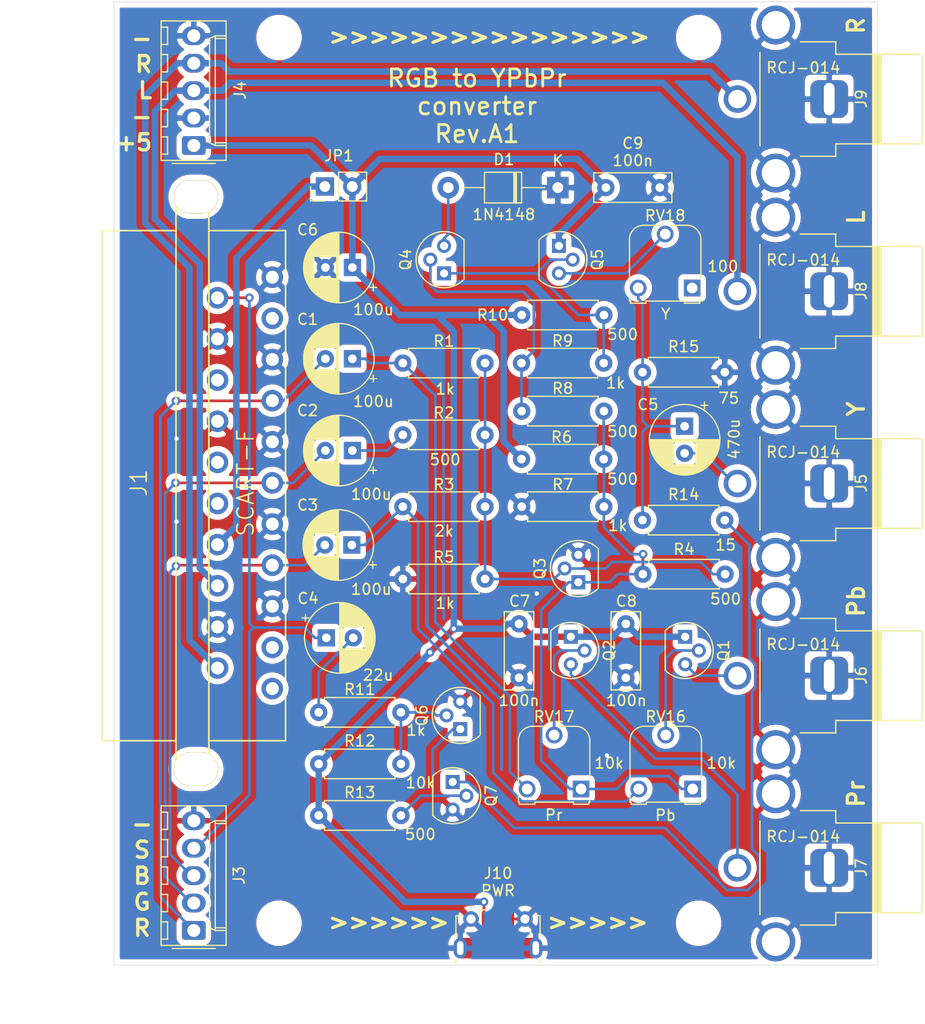
<source format=kicad_pcb>
(kicad_pcb (version 20171130) (host pcbnew "(5.1.4)-1")
  (title_block (title "RGB to YPbPr converter") (date 2021-01-09) (rev A1))
  (layers (0 F.Cu signal) (31 B.Cu signal) (34 B.Paste user hide) (35 F.Paste user hide) (36 B.SilkS user) (37 F.SilkS user) (38 B.Mask user hide) (39 F.Mask user hide) (44 Edge.Cuts user))
  (net 0 "")
  (net 1 R_IN)
  (net 2 "Net-(C1-Pad1)")
  (net 3 G_IN)
  (net 4 "Net-(C2-Pad1)")
  (net 5 B_IN)
  (net 6 "Net-(C3-Pad1)")
  (net 7 "Net-(C4-Pad2)")
  (net 8 CSYNC_IN)
  (net 9 Y_OUT)
  (net 10 "Net-(C5-Pad1)")
  (net 11 "Net-(D1-Pad2)")
  (net 12 GND)
  (net 13 Audio_L)
  (net 14 Audio_R)
  (net 15 +5V)
  (net 16 Pb_OUT)
  (net 17 Pr_OUT)
  (net 18 "Net-(Q1-Pad2)")
  (net 19 "Net-(Q2-Pad2)")
  (net 20 "Net-(Q3-Pad1)")
  (net 21 "Net-(Q3-Pad2)")
  (net 22 "Net-(Q4-Pad1)")
  (net 23 "Net-(Q4-Pad2)")
  (net 24 "Net-(Q5-Pad3)")
  (net 25 "Net-(Q6-Pad1)")
  (net 26 "Net-(Q6-Pad2)")
  (net 27 "Net-(Q7-Pad1)")
  (net 28 "Net-(J1-Pad8)")
  (module Package_TO_SOT_THT:TO-92 (layer F.Cu) (at 141.5 124.55 270)
    (fp_text reference Q7 (at 1.27 -3.56 90) (layer F.SilkS))
    (fp_text value BC549B)
    (pad 1 thru_hole rect (at 0 0) (size 1.3 1.3) (drill 0.75) (layers *.Cu *.Mask) (net 27 "Net-(Q7-Pad1)"))
    (pad 3 thru_hole circle (at 2.54 0) (size 1.3 1.3) (drill 0.75) (layers *.Cu *.Mask) (net 12 GND))
    (pad 2 thru_hole circle (at 1.27 -1.27) (size 1.3 1.3) (drill 0.75) (layers *.Cu *.Mask) (net 25 "Net-(Q6-Pad1)"))
  )
  (module Package_TO_SOT_THT:TO-92 (layer F.Cu) (at 142.2 119.65 90)
    (fp_text reference Q6 (at 1.27 -3.56 90) (layer F.SilkS))
    (fp_text value BC549B)
    (pad 1 thru_hole rect (at 0 0 180) (size 1.3 1.3) (drill 0.75) (layers *.Cu *.Mask) (net 25 "Net-(Q6-Pad1)"))
    (pad 3 thru_hole circle (at 2.54 0 180) (size 1.3 1.3) (drill 0.75) (layers *.Cu *.Mask) (net 12 GND))
    (pad 2 thru_hole circle (at 1.27 -1.27 180) (size 1.3 1.3) (drill 0.75) (layers *.Cu *.Mask) (net 26 "Net-(Q6-Pad2)"))
  )
  (module Package_TO_SOT_THT:TO-92 (layer F.Cu) (at 151.35 74.9 270)
    (fp_text reference Q5 (at 1.27 -3.56 90) (layer F.SilkS))
    (fp_text value BC549B)
    (pad 1 thru_hole rect (at 0 0) (size 1.3 1.3) (drill 0.75) (layers *.Cu *.Mask) (net 15 +5V))
    (pad 3 thru_hole circle (at 2.54 0) (size 1.3 1.3) (drill 0.75) (layers *.Cu *.Mask) (net 24 "Net-(Q5-Pad3)"))
    (pad 2 thru_hole circle (at 1.27 -1.27) (size 1.3 1.3) (drill 0.75) (layers *.Cu *.Mask) (net 22 "Net-(Q4-Pad1)"))
  )
  (module Package_TO_SOT_THT:TO-92 (layer F.Cu) (at 140.7 77.44 90)
    (fp_text reference Q4 (at 1.27 -3.56 90) (layer F.SilkS))
    (fp_text value BC549B)
    (pad 1 thru_hole rect (at 0 0 180) (size 1.3 1.3) (drill 0.75) (layers *.Cu *.Mask) (net 22 "Net-(Q4-Pad1)"))
    (pad 3 thru_hole circle (at 2.54 0 180) (size 1.3 1.3) (drill 0.75) (layers *.Cu *.Mask) (net 11 "Net-(D1-Pad2)"))
    (pad 2 thru_hole circle (at 1.27 -1.27 180) (size 1.3 1.3) (drill 0.75) (layers *.Cu *.Mask) (net 23 "Net-(Q4-Pad2)"))
  )
  (module Package_TO_SOT_THT:TO-92 (layer F.Cu) (at 153.15 106.05 90)
    (fp_text reference Q3 (at 1.27 -3.56 90) (layer F.SilkS))
    (fp_text value BC549B)
    (pad 1 thru_hole rect (at 0 0 180) (size 1.3 1.3) (drill 0.75) (layers *.Cu *.Mask) (net 20 "Net-(Q3-Pad1)"))
    (pad 3 thru_hole circle (at 2.54 0 180) (size 1.3 1.3) (drill 0.75) (layers *.Cu *.Mask) (net 12 GND))
    (pad 2 thru_hole circle (at 1.27 -1.27 180) (size 1.3 1.3) (drill 0.75) (layers *.Cu *.Mask) (net 21 "Net-(Q3-Pad2)"))
  )
  (module Package_TO_SOT_THT:TO-92 (layer F.Cu) (at 152.45 111.1 270)
    (fp_text reference Q2 (at 1.27 -3.56 90) (layer F.SilkS))
    (fp_text value BC549B)
    (pad 1 thru_hole rect (at 0 0) (size 1.3 1.3) (drill 0.75) (layers *.Cu *.Mask) (net 15 +5V))
    (pad 3 thru_hole circle (at 2.54 0) (size 1.3 1.3) (drill 0.75) (layers *.Cu *.Mask) (net 17 Pr_OUT))
    (pad 2 thru_hole circle (at 1.27 -1.27) (size 1.3 1.3) (drill 0.75) (layers *.Cu *.Mask) (net 19 "Net-(Q2-Pad2)"))
  )
  (module Package_TO_SOT_THT:TO-92 (layer F.Cu) (at 163.05 111.1 270)
    (fp_text reference Q1 (at 1.27 -3.56 90) (layer F.SilkS))
    (fp_text value BC549B)
    (pad 1 thru_hole rect (at 0 0) (size 1.3 1.3) (drill 0.75) (layers *.Cu *.Mask) (net 15 +5V))
    (pad 3 thru_hole circle (at 2.54 0) (size 1.3 1.3) (drill 0.75) (layers *.Cu *.Mask) (net 16 Pb_OUT))
    (pad 2 thru_hole circle (at 1.27 -1.27) (size 1.3 1.3) (drill 0.75) (layers *.Cu *.Mask) (net 18 "Net-(Q1-Pad2)"))
  )
  (module Connector_Molex:Molex_KK-254_AE-6410-05A_1x05_P2.54mm_Vertical (layer F.Cu) (at 117.5 65.6 90)
    (fp_text reference J4 (at 5.1 4.3 270) (layer F.SilkS))
    (fp_text value Conn_01x03)
    (pad 5 thru_hole oval (at 10.16 0 90) (size 1.74 2.2) (drill 1.2) (layers *.Cu *.Mask) (net 12 GND))
    (pad 4 thru_hole oval (at 7.62 0 90) (size 1.74 2.2) (drill 1.2) (layers *.Cu *.Mask) (net 14 Audio_R))
    (pad 3 thru_hole oval (at 5.08 0 90) (size 1.74 2.2) (drill 1.2) (layers *.Cu *.Mask) (net 13 Audio_L))
    (pad 2 thru_hole oval (at 2.54 0 90) (size 1.74 2.2) (drill 1.2) (layers *.Cu *.Mask) (net 12 GND))
    (pad 1 thru_hole roundrect (at 0 0 90) (size 1.74 2.2) (drill 1.2) (layers *.Cu *.Mask) (roundrect_rratio 0.143678) (net 15 +5V))
  )
  (module Connector_PinHeader_2.54mm:PinHeader_1x02_P2.54mm_Vertical (layer F.Cu) (at 129.65 69.4 90)
    (fp_text reference JP1 (at 2.85 1.3 180) (layer F.SilkS))
    (fp_text value Jumper)
    (pad 2 thru_hole oval (at 0 2.54 90) (size 1.7 1.7) (drill 1) (layers *.Cu *.Mask) (net 15 +5V))
    (pad 1 thru_hole rect (at 0 0 90) (size 1.7 1.7) (drill 1) (layers *.Cu *.Mask) (net 28 "Net-(J1-Pad8)"))
  )
  (module Connector_USB:USB_Micro-B_Molex-105017-0001 (layer F.Cu) (at 145.7 138.7)
    (fp_text reference J10 (at 0 -5.7) (layer F.SilkS))
    (fp_text value USB_B_Micro)
    (fp_text user PWR (at 0 -4.1) (layer F.SilkS))
    (pad 6 smd rect (at -2.9 1.2375) (size 1.2 1.9) (layers F.Cu F.Mask) (net 12 GND))
    (pad 6 smd rect (at 2.9 1.2375) (size 1.2 1.9) (layers F.Cu F.Mask) (net 12 GND))
    (pad 6 thru_hole oval (at 3.5 1.2375) (size 1.2 1.9) (drill oval 0.6 1.3) (layers *.Cu *.Mask) (net 12 GND))
    (pad 6 thru_hole oval (at -3.5 1.2375 180) (size 1.2 1.9) (drill oval 0.6 1.3) (layers *.Cu *.Mask) (net 12 GND))
    (pad 6 smd rect (at -1 1.2375) (size 1.5 1.9) (layers F.Cu F.Paste F.Mask) (net 12 GND))
    (pad 6 thru_hole circle (at 2.5 -1.4625) (size 1.45 1.45) (drill 0.85) (layers *.Cu *.Mask) (net 12 GND))
    (pad 3 smd rect (at 0 -1.4625) (size 0.4 1.35) (layers F.Cu F.Paste F.Mask))
    (pad 4 smd rect (at 0.65 -1.4625) (size 0.4 1.35) (layers F.Cu F.Paste F.Mask))
    (pad 5 smd rect (at 1.3 -1.4625) (size 0.4 1.35) (layers F.Cu F.Paste F.Mask) (net 12 GND))
    (pad 1 smd rect (at -1.3 -1.4625) (size 0.4 1.35) (layers F.Cu F.Paste F.Mask) (net 15 +5V))
    (pad 2 smd rect (at -0.65 -1.4625) (size 0.4 1.35) (layers F.Cu F.Paste F.Mask))
    (pad 6 thru_hole circle (at -2.5 -1.4625) (size 1.45 1.45) (drill 0.85) (layers *.Cu *.Mask) (net 12 GND))
    (pad 6 smd rect (at 1 1.2375) (size 1.5 1.9) (layers F.Cu F.Paste F.Mask) (net 12 GND))
  )
  (module my:SCART (layer F.Cu) (at 117.5 96.85 270)
    (fp_text reference J1 (at 0 5.10032 90) (layer F.SilkS) (effects (font (size 1.5 1.5))))
    (fp_text value SCART-F (at -0.025 -4.8 90) (layer F.SilkS) (effects (font (size 1.5 1.5))))
    (pad "" np_thru_hole oval (at 26.49982 -0.20066 270) (size 3.1 4.1) (drill oval 3 4) (layers *.Cu *.Mask F.SilkS))
    (pad 1 thru_hole circle (at 19.05 -7.27964 270) (size 1.99898 1.99898) (drill 1.19888) (layers *.Cu *.Mask))
    (pad 2 thru_hole circle (at 17.145 -2.19964 270) (size 1.99898 1.99898) (drill 1.19888) (layers *.Cu *.Mask) (net 14 Audio_R))
    (pad 3 thru_hole circle (at 15.24 -7.27964 270) (size 1.99898 1.99898) (drill 1.19888) (layers *.Cu *.Mask))
    (pad 4 thru_hole circle (at 13.335 -2.19964 270) (size 1.99898 1.99898) (drill 1.19888) (layers *.Cu *.Mask) (net 12 GND))
    (pad 5 thru_hole circle (at 11.43 -7.27964 270) (size 1.99898 1.99898) (drill 1.19888) (layers *.Cu *.Mask) (net 12 GND))
    (pad 6 thru_hole circle (at 9.525 -2.19964 270) (size 1.99898 1.99898) (drill 1.19888) (layers *.Cu *.Mask) (net 13 Audio_L))
    (pad 7 thru_hole circle (at 7.62 -7.27964 270) (size 1.99898 1.99898) (drill 1.19888) (layers *.Cu *.Mask) (net 5 B_IN))
    (pad 8 thru_hole circle (at 5.715 -2.19964 270) (size 1.99898 1.99898) (drill 1.19888) (layers *.Cu *.Mask) (net 28 "Net-(J1-Pad8)"))
    (pad 9 thru_hole circle (at 3.81 -7.27964 270) (size 1.99898 1.99898) (drill 1.19888) (layers *.Cu *.Mask) (net 12 GND))
    (pad 10 thru_hole circle (at 1.905 -2.19964 270) (size 1.99898 1.99898) (drill 1.19888) (layers *.Cu *.Mask))
    (pad 11 thru_hole circle (at 0 -7.27964 270) (size 1.99898 1.99898) (drill 1.19888) (layers *.Cu *.Mask) (net 3 G_IN))
    (pad 12 thru_hole circle (at -1.905 -2.19964 270) (size 1.99898 1.99898) (drill 1.19888) (layers *.Cu *.Mask))
    (pad 13 thru_hole circle (at -3.81 -7.27964 270) (size 1.99898 1.99898) (drill 1.19888) (layers *.Cu *.Mask) (net 12 GND))
    (pad 14 thru_hole circle (at -5.715 -2.19964 270) (size 1.99898 1.99898) (drill 1.19888) (layers *.Cu *.Mask) (net 12 GND))
    (pad 15 thru_hole circle (at -7.62 -7.27964 270) (size 1.99898 1.99898) (drill 1.19888) (layers *.Cu *.Mask) (net 1 R_IN))
    (pad 16 thru_hole circle (at -9.525 -2.19964 270) (size 1.99898 1.99898) (drill 1.19888) (layers *.Cu *.Mask))
    (pad 17 thru_hole circle (at -11.43 -7.27964 270) (size 1.99898 1.99898) (drill 1.19888) (layers *.Cu *.Mask) (net 12 GND))
    (pad 18 thru_hole circle (at -13.335 -2.19964 270) (size 1.99898 1.99898) (drill 1.19888) (layers *.Cu *.Mask) (net 12 GND))
    (pad 19 thru_hole circle (at -15.24 -7.27964 270) (size 1.99898 1.99898) (drill 1.19888) (layers *.Cu *.Mask))
    (pad 20 thru_hole circle (at -17.145 -2.19964 270) (size 1.99898 1.99898) (drill 1.19888) (layers *.Cu *.Mask) (net 8 CSYNC_IN))
    (pad 21 thru_hole circle (at -19.05 -7.27964 270) (size 1.99898 1.99898) (drill 1.19888) (layers *.Cu *.Mask) (net 12 GND))
    (pad "" np_thru_hole oval (at -26.49982 -0.20066 270) (size 3.1 4.1) (drill oval 3 4) (layers *.Cu *.Mask F.SilkS))
  )
  (module Potentiometer_THT:Potentiometer_Runtron_RM-065_Vertical (layer F.Cu) (at 153.4 125.2 180)
    (fp_text reference RV17 (at 2.5 6.7) (layer F.SilkS))
    (fp_text value 10k)
    (fp_text user %V (at -2.6 2.4 180) (layer F.SilkS))
    (fp_text user Pr (at 2.525 -2.4 180) (layer F.SilkS))
    (pad 3 thru_hole circle (at 5 0 180) (size 1.55 1.55) (drill 1) (layers *.Cu *.Mask) (net 2 "Net-(C1-Pad1)"))
    (pad 1 thru_hole rect (at 0 0 180) (size 1.55 1.55) (drill 1) (layers *.Cu *.Mask) (net 20 "Net-(Q3-Pad1)"))
    (pad 2 thru_hole circle (at 2.5 5 180) (size 1.55 1.55) (drill 1) (layers *.Cu *.Mask) (net 19 "Net-(Q2-Pad2)"))
  )
  (module Capacitor_THT:C_Disc_D7.0mm_W2.5mm_P5.00mm (layer F.Cu) (at 160.7 69.5 180)
    (fp_text reference C9 (at 2.5 4.1) (layer F.SilkS))
    (fp_text value 100n)
    (fp_text user %V (at 2.5 2.5) (layer F.SilkS))
    (pad 2 thru_hole circle (at 5 0 180) (size 1.6 1.6) (drill 0.8) (layers *.Cu *.Mask) (net 15 +5V))
    (pad 1 thru_hole circle (at 0 0 180) (size 1.6 1.6) (drill 0.8) (layers *.Cu *.Mask) (net 12 GND))
  )
  (module Capacitor_THT:C_Disc_D7.0mm_W2.5mm_P5.00mm (layer F.Cu) (at 157.55 109.9 270)
    (fp_text reference C8 (at -2.1 -0.05 180) (layer F.SilkS))
    (fp_text value 100n)
    (fp_text user %V (at 7.1 -0.05) (layer F.SilkS))
    (pad 2 thru_hole circle (at 5 0 270) (size 1.6 1.6) (drill 0.8) (layers *.Cu *.Mask) (net 12 GND))
    (pad 1 thru_hole circle (at 0 0 270) (size 1.6 1.6) (drill 0.8) (layers *.Cu *.Mask) (net 15 +5V))
  )
  (module Capacitor_THT:C_Disc_D7.0mm_W2.5mm_P5.00mm (layer F.Cu) (at 147.65 109.9 270)
    (fp_text reference C7 (at -2.1 -0.05 180) (layer F.SilkS))
    (fp_text value 100n)
    (fp_text user %V (at 7.1 0) (layer F.SilkS))
    (pad 2 thru_hole circle (at 5 0 270) (size 1.6 1.6) (drill 0.8) (layers *.Cu *.Mask) (net 12 GND))
    (pad 1 thru_hole circle (at 0 0 270) (size 1.6 1.6) (drill 0.8) (layers *.Cu *.Mask) (net 15 +5V))
  )
  (module Capacitor_THT:CP_Radial_D6.3mm_P2.50mm (layer F.Cu) (at 132.2 76.9 180)
    (fp_text reference C6 (at 4.15 3.5) (layer F.SilkS))
    (fp_text value 100u)
    (fp_text user %V (at -1.95 -3.9) (layer F.SilkS))
    (pad 2 thru_hole circle (at 2.5 0 180) (size 1.6 1.6) (drill 0.8) (layers *.Cu *.Mask) (net 12 GND))
    (pad 1 thru_hole rect (at 0 0 180) (size 1.6 1.6) (drill 0.8) (layers *.Cu *.Mask) (net 15 +5V))
  )
  (module MountingHole:MountingHole_3.2mm_M3 (layer F.Cu) (at 164.3 137.625001)
    (fp_text reference H4 hide)
    (fp_text value MountingHole)
    (pad 1 np_thru_hole circle (at 0 0) (size 3.2 3.2) (drill 3.2) (layers *.Cu *.Mask))
  )
  (module MountingHole:MountingHole_3.2mm_M3 (layer F.Cu) (at 164.3 55.6 180)
    (fp_text reference H3 hide)
    (fp_text value MountingHole)
    (pad 1 np_thru_hole circle (at 0 0 180) (size 3.2 3.2) (drill 3.2) (layers *.Cu *.Mask))
  )
  (module MountingHole:MountingHole_3.2mm_M3 (layer F.Cu) (at 125.4 137.625001)
    (fp_text reference H2 hide)
    (fp_text value MountingHole)
    (pad 1 np_thru_hole circle (at 0 0) (size 3.2 3.2) (drill 3.2) (layers *.Cu *.Mask))
  )
  (module MountingHole:MountingHole_3.2mm_M3 (layer F.Cu) (at 125.4 55.6 180)
    (fp_text reference H1 hide)
    (fp_text value MountingHole)
    (pad 1 np_thru_hole circle (at 0 0 180) (size 3.2 3.2) (drill 3.2) (layers *.Cu *.Mask))
  )
  (module Potentiometer_THT:Potentiometer_Runtron_RM-065_Vertical (layer F.Cu) (at 163.7 78.8 180)
    (fp_text reference RV18 (at 2.5 6.7) (layer F.SilkS))
    (fp_text value 100)
    (fp_text user Y (at 2.45 -2.4 180) (layer F.SilkS))
    (fp_text user %V (at -2.85 2 180) (layer F.SilkS))
    (pad 3 thru_hole circle (at 5 0 180) (size 1.55 1.55) (drill 1) (layers *.Cu *.Mask) (net 10 "Net-(C5-Pad1)"))
    (pad 1 thru_hole rect (at 0 0 180) (size 1.55 1.55) (drill 1) (layers *.Cu *.Mask))
    (pad 2 thru_hole circle (at 2.5 5 180) (size 1.55 1.55) (drill 1) (layers *.Cu *.Mask) (net 24 "Net-(Q5-Pad3)"))
  )
  (module Potentiometer_THT:Potentiometer_Runtron_RM-065_Vertical (layer F.Cu) (at 163.75 125.2 180)
    (fp_text reference RV16 (at 2.5 6.7) (layer F.SilkS))
    (fp_text value 10k)
    (fp_text user %V (at -2.65 2.4 180) (layer F.SilkS))
    (fp_text user Pb (at 2.525 -2.425 180) (layer F.SilkS))
    (pad 3 thru_hole circle (at 5 0 180) (size 1.55 1.55) (drill 1) (layers *.Cu *.Mask) (net 6 "Net-(C3-Pad1)"))
    (pad 1 thru_hole rect (at 0 0 180) (size 1.55 1.55) (drill 1) (layers *.Cu *.Mask) (net 20 "Net-(Q3-Pad1)"))
    (pad 2 thru_hole circle (at 2.5 5 180) (size 1.55 1.55) (drill 1) (layers *.Cu *.Mask) (net 18 "Net-(Q1-Pad2)"))
  )
  (module Resistor_THT:R_Axial_DIN0207_L6.3mm_D2.5mm_P7.62mm_Horizontal (layer F.Cu) (at 159.1 86.6)
    (fp_text reference R15 (at 3.81 -2.37) (layer F.SilkS))
    (fp_text value 75)
    (fp_text user %V (at 8 2.4) (layer F.SilkS))
    (pad 2 thru_hole oval (at 7.62 0) (size 1.6 1.6) (drill 0.8) (layers *.Cu *.Mask) (net 12 GND))
    (pad 1 thru_hole circle (at 0 0) (size 1.6 1.6) (drill 0.8) (layers *.Cu *.Mask) (net 10 "Net-(C5-Pad1)"))
  )
  (module Resistor_THT:R_Axial_DIN0207_L6.3mm_D2.5mm_P7.62mm_Horizontal (layer F.Cu) (at 159.1 100.3)
    (fp_text reference R14 (at 3.81 -2.37) (layer F.SilkS))
    (fp_text value 15)
    (fp_text user %V (at 7.7 2.3) (layer F.SilkS))
    (pad 1 thru_hole circle (at 0 0) (size 1.6 1.6) (drill 0.8) (layers *.Cu *.Mask) (net 10 "Net-(C5-Pad1)"))
    (pad 2 thru_hole oval (at 7.62 0) (size 1.6 1.6) (drill 0.8) (layers *.Cu *.Mask) (net 27 "Net-(Q7-Pad1)"))
  )
  (module Resistor_THT:R_Axial_DIN0207_L6.3mm_D2.5mm_P7.62mm_Horizontal (layer F.Cu) (at 136.7 127.65 180)
    (fp_text reference R13 (at 3.81 2.13) (layer F.SilkS))
    (fp_text value 500)
    (fp_text user %V (at -1.8 -1.75 180) (layer F.SilkS))
    (pad 1 thru_hole circle (at 0 0 180) (size 1.6 1.6) (drill 0.8) (layers *.Cu *.Mask) (net 25 "Net-(Q6-Pad1)"))
    (pad 2 thru_hole oval (at 7.62 0 180) (size 1.6 1.6) (drill 0.8) (layers *.Cu *.Mask) (net 15 +5V))
  )
  (module Resistor_THT:R_Axial_DIN0207_L6.3mm_D2.5mm_P7.62mm_Horizontal (layer F.Cu) (at 136.7 122.875 180)
    (fp_text reference R12 (at 3.81 2.13) (layer F.SilkS))
    (fp_text value 10k)
    (fp_text user %V (at -1.8 -1.75 180) (layer F.SilkS))
    (pad 2 thru_hole oval (at 7.62 0 180) (size 1.6 1.6) (drill 0.8) (layers *.Cu *.Mask) (net 15 +5V))
    (pad 1 thru_hole circle (at 0 0 180) (size 1.6 1.6) (drill 0.8) (layers *.Cu *.Mask) (net 26 "Net-(Q6-Pad2)"))
  )
  (module Resistor_THT:R_Axial_DIN0207_L6.3mm_D2.5mm_P7.62mm_Horizontal (layer F.Cu) (at 136.7 118.1 180)
    (fp_text reference R11 (at 3.81 2.13) (layer F.SilkS))
    (fp_text value 1k)
    (fp_text user %V (at -1.4 -1.65 180) (layer F.SilkS))
    (pad 2 thru_hole oval (at 7.62 0 180) (size 1.6 1.6) (drill 0.8) (layers *.Cu *.Mask) (net 7 "Net-(C4-Pad2)"))
    (pad 1 thru_hole circle (at 0 0 180) (size 1.6 1.6) (drill 0.8) (layers *.Cu *.Mask) (net 26 "Net-(Q6-Pad2)"))
  )
  (module Resistor_THT:R_Axial_DIN0207_L6.3mm_D2.5mm_P7.62mm_Horizontal (layer F.Cu) (at 147.9 81.3)
    (fp_text reference R10 (at -2.7 0) (layer F.SilkS))
    (fp_text value 500)
    (fp_text user %V (at 9.35 1.8) (layer F.SilkS))
    (pad 2 thru_hole oval (at 7.62 0) (size 1.6 1.6) (drill 0.8) (layers *.Cu *.Mask) (net 22 "Net-(Q4-Pad1)"))
    (pad 1 thru_hole circle (at 0 0) (size 1.6 1.6) (drill 0.8) (layers *.Cu *.Mask) (net 15 +5V))
  )
  (module Resistor_THT:R_Axial_DIN0207_L6.3mm_D2.5mm_P7.62mm_Horizontal (layer F.Cu) (at 155.5 85.75 180)
    (fp_text reference R9 (at 3.81 2.05) (layer F.SilkS))
    (fp_text value 1k)
    (fp_text user %V (at -1.1 -1.85 180) (layer F.SilkS))
    (pad 1 thru_hole circle (at 0 0 180) (size 1.6 1.6) (drill 0.8) (layers *.Cu *.Mask) (net 22 "Net-(Q4-Pad1)"))
    (pad 2 thru_hole oval (at 7.62 0 180) (size 1.6 1.6) (drill 0.8) (layers *.Cu *.Mask) (net 23 "Net-(Q4-Pad2)"))
  )
  (module Resistor_THT:R_Axial_DIN0207_L6.3mm_D2.5mm_P7.62mm_Horizontal (layer F.Cu) (at 147.9 90.2)
    (fp_text reference R8 (at 3.8 -2.1) (layer F.SilkS))
    (fp_text value 500)
    (fp_text user %V (at 9.35 1.9) (layer F.SilkS))
    (pad 2 thru_hole oval (at 7.62 0) (size 1.6 1.6) (drill 0.8) (layers *.Cu *.Mask) (net 20 "Net-(Q3-Pad1)"))
    (pad 1 thru_hole circle (at 0 0) (size 1.6 1.6) (drill 0.8) (layers *.Cu *.Mask) (net 23 "Net-(Q4-Pad2)"))
  )
  (module Resistor_THT:R_Axial_DIN0207_L6.3mm_D2.5mm_P7.62mm_Horizontal (layer F.Cu) (at 147.9 99.05)
    (fp_text reference R7 (at 3.81 -2.05) (layer F.SilkS))
    (fp_text value 1k)
    (fp_text user %V (at 8.9 1.75) (layer F.SilkS))
    (pad 2 thru_hole oval (at 7.62 0) (size 1.6 1.6) (drill 0.8) (layers *.Cu *.Mask) (net 20 "Net-(Q3-Pad1)"))
    (pad 1 thru_hole circle (at 0 0) (size 1.6 1.6) (drill 0.8) (layers *.Cu *.Mask) (net 12 GND))
  )
  (module Resistor_THT:R_Axial_DIN0207_L6.3mm_D2.5mm_P7.62mm_Horizontal (layer F.Cu) (at 155.5 94.65 180)
    (fp_text reference R6 (at 3.9 2.05) (layer F.SilkS))
    (fp_text value 500)
    (fp_text user %V (at -1.75 -1.85 180) (layer F.SilkS))
    (pad 2 thru_hole oval (at 7.62 0 180) (size 1.6 1.6) (drill 0.8) (layers *.Cu *.Mask) (net 15 +5V))
    (pad 1 thru_hole circle (at 0 0 180) (size 1.6 1.6) (drill 0.8) (layers *.Cu *.Mask) (net 20 "Net-(Q3-Pad1)"))
  )
  (module Resistor_THT:R_Axial_DIN0207_L6.3mm_D2.5mm_P7.62mm_Horizontal (layer F.Cu) (at 144.5 105.75 180)
    (fp_text reference R5 (at 3.81 2.025) (layer F.SilkS))
    (fp_text value 1k)
    (fp_text user %V (at 3.7 -2.25 180) (layer F.SilkS))
    (pad 2 thru_hole oval (at 7.62 0 180) (size 1.6 1.6) (drill 0.8) (layers *.Cu *.Mask) (net 12 GND))
    (pad 1 thru_hole circle (at 0 0 180) (size 1.6 1.6) (drill 0.8) (layers *.Cu *.Mask) (net 21 "Net-(Q3-Pad2)"))
  )
  (module Resistor_THT:R_Axial_DIN0207_L6.3mm_D2.5mm_P7.62mm_Horizontal (layer F.Cu) (at 166.75 105.3 180)
    (fp_text reference R4 (at 3.81 2.3) (layer F.SilkS))
    (fp_text value 500)
    (fp_text user %V (at -0.05 -2.3 180) (layer F.SilkS))
    (pad 1 thru_hole circle (at 0 0 180) (size 1.6 1.6) (drill 0.8) (layers *.Cu *.Mask) (net 21 "Net-(Q3-Pad2)"))
    (pad 2 thru_hole oval (at 7.62 0 180) (size 1.6 1.6) (drill 0.8) (layers *.Cu *.Mask) (net 20 "Net-(Q3-Pad1)"))
  )
  (module Resistor_THT:R_Axial_DIN0207_L6.3mm_D2.5mm_P7.62mm_Horizontal (layer F.Cu) (at 144.5 99.05 180)
    (fp_text reference R3 (at 3.81 2.05) (layer F.SilkS))
    (fp_text value 2k)
    (fp_text user %V (at 3.8 -2.25 180) (layer F.SilkS))
    (pad 2 thru_hole oval (at 7.62 0 180) (size 1.6 1.6) (drill 0.8) (layers *.Cu *.Mask) (net 6 "Net-(C3-Pad1)"))
    (pad 1 thru_hole circle (at 0 0 180) (size 1.6 1.6) (drill 0.8) (layers *.Cu *.Mask) (net 21 "Net-(Q3-Pad2)"))
  )
  (module Resistor_THT:R_Axial_DIN0207_L6.3mm_D2.5mm_P7.62mm_Horizontal (layer F.Cu) (at 144.5 92.4 180)
    (fp_text reference R2 (at 3.81 2.03) (layer F.SilkS))
    (fp_text value 500)
    (fp_text user %V (at 3.7 -2.3 180) (layer F.SilkS))
    (pad 2 thru_hole oval (at 7.62 0 180) (size 1.6 1.6) (drill 0.8) (layers *.Cu *.Mask) (net 4 "Net-(C2-Pad1)"))
    (pad 1 thru_hole circle (at 0 0 180) (size 1.6 1.6) (drill 0.8) (layers *.Cu *.Mask) (net 21 "Net-(Q3-Pad2)"))
  )
  (module Resistor_THT:R_Axial_DIN0207_L6.3mm_D2.5mm_P7.62mm_Horizontal (layer F.Cu) (at 144.5 85.75 180)
    (fp_text reference R1 (at 3.81 2.03) (layer F.SilkS))
    (fp_text value 1k)
    (fp_text user %V (at 3.7 -2.4 180) (layer F.SilkS))
    (pad 2 thru_hole oval (at 7.62 0 180) (size 1.6 1.6) (drill 0.8) (layers *.Cu *.Mask) (net 2 "Net-(C1-Pad1)"))
    (pad 1 thru_hole circle (at 0 0 180) (size 1.6 1.6) (drill 0.8) (layers *.Cu *.Mask) (net 21 "Net-(Q3-Pad2)"))
  )
  (module my:CUI_RCJ-01X-WIDE (layer F.Cu) (at 174.5 61.3 270)
    (fp_text reference J9 (at -0.03 -4.86912 270) (layer F.SilkS))
    (fp_text value RCJ-014 hide)
    (fp_text user %V (at -2.9 0.5) (layer F.SilkS))
    (pad 1 thru_hole circle (at 0 6.604 270) (size 2.55 2.55) (drill 1.7) (layers *.Cu *.Mask) (net 14 Audio_R))
    (pad 2 thru_hole roundrect (at 0 -1.905 90) (size 3.50012 3.50012) (drill oval 3 1) (layers *.Cu *.Mask) (roundrect_rratio 0.214) (net 12 GND))
    (pad 2 thru_hole circle (at -6.858 3.048 270) (size 3.616 3.616) (drill 2.6) (layers *.Cu *.Mask) (net 12 GND))
    (pad 2 thru_hole circle (at 6.858 3.048 270) (size 3.616 3.616) (drill 2.6) (layers *.Cu *.Mask) (net 12 GND))
  )
  (module my:CUI_RCJ-01X-WIDE (layer F.Cu) (at 174.495 79.1 270)
    (fp_text reference J8 (at -0.03 -4.86912 270) (layer F.SilkS))
    (fp_text value RCJ-014 hide)
    (fp_text user %V (at -2.9 0.495) (layer F.SilkS))
    (pad 1 thru_hole circle (at 0 6.604 270) (size 2.55 2.55) (drill 1.7) (layers *.Cu *.Mask) (net 13 Audio_L))
    (pad 2 thru_hole roundrect (at 0 -1.905 90) (size 3.50012 3.50012) (drill oval 3 1) (layers *.Cu *.Mask) (roundrect_rratio 0.214) (net 12 GND))
    (pad 2 thru_hole circle (at -6.858 3.048 270) (size 3.616 3.616) (drill 2.6) (layers *.Cu *.Mask) (net 12 GND))
    (pad 2 thru_hole circle (at 6.858 3.048 270) (size 3.616 3.616) (drill 2.6) (layers *.Cu *.Mask) (net 12 GND))
  )
  (module my:CUI_RCJ-01X-WIDE (layer F.Cu) (at 174.5 132.5 270)
    (fp_text reference J7 (at -0.03 -4.86912 270) (layer F.SilkS))
    (fp_text value RCJ-014 hide)
    (fp_text user %V (at -2.9 0.5) (layer F.SilkS))
    (pad 1 thru_hole circle (at 0 6.604 270) (size 2.55 2.55) (drill 1.7) (layers *.Cu *.Mask) (net 17 Pr_OUT))
    (pad 2 thru_hole roundrect (at 0 -1.905 90) (size 3.50012 3.50012) (drill oval 3 1) (layers *.Cu *.Mask) (roundrect_rratio 0.214) (net 12 GND))
    (pad 2 thru_hole circle (at -6.858 3.048 270) (size 3.616 3.616) (drill 2.6) (layers *.Cu *.Mask) (net 12 GND))
    (pad 2 thru_hole circle (at 6.858 3.048 270) (size 3.616 3.616) (drill 2.6) (layers *.Cu *.Mask) (net 12 GND))
  )
  (module my:CUI_RCJ-01X-WIDE (layer F.Cu) (at 174.5 114.7 270)
    (fp_text reference J6 (at -0.03 -4.86912 270) (layer F.SilkS))
    (fp_text value RCJ-014 hide)
    (fp_text user %V (at -2.9 0.5) (layer F.SilkS))
    (pad 1 thru_hole circle (at 0 6.604 270) (size 2.55 2.55) (drill 1.7) (layers *.Cu *.Mask) (net 16 Pb_OUT))
    (pad 2 thru_hole roundrect (at 0 -1.905 90) (size 3.50012 3.50012) (drill oval 3 1) (layers *.Cu *.Mask) (roundrect_rratio 0.214) (net 12 GND))
    (pad 2 thru_hole circle (at -6.858 3.048 270) (size 3.616 3.616) (drill 2.6) (layers *.Cu *.Mask) (net 12 GND))
    (pad 2 thru_hole circle (at 6.858 3.048 270) (size 3.616 3.616) (drill 2.6) (layers *.Cu *.Mask) (net 12 GND))
  )
  (module my:CUI_RCJ-01X-WIDE (layer F.Cu) (at 174.5 96.9 270)
    (fp_text reference J5 (at -0.03 -4.86912 270) (layer F.SilkS))
    (fp_text value RCJ-014 hide)
    (fp_text user %V (at -2.9 0.5) (layer F.SilkS))
    (pad 1 thru_hole circle (at 0 6.604 270) (size 2.55 2.55) (drill 1.7) (layers *.Cu *.Mask) (net 9 Y_OUT))
    (pad 2 thru_hole roundrect (at 0 -1.905 90) (size 3.50012 3.50012) (drill oval 3 1) (layers *.Cu *.Mask) (roundrect_rratio 0.214) (net 12 GND))
    (pad 2 thru_hole circle (at -6.858 3.048 270) (size 3.616 3.616) (drill 2.6) (layers *.Cu *.Mask) (net 12 GND))
    (pad 2 thru_hole circle (at 6.858 3.048 270) (size 3.616 3.616) (drill 2.6) (layers *.Cu *.Mask) (net 12 GND))
  )
  (module Connector_Molex:Molex_KK-254_AE-6410-05A_1x05_P2.54mm_Vertical (layer F.Cu) (at 117.5 138.3 90)
    (fp_text reference J3 (at 5.1 4.2 90) (layer F.SilkS))
    (fp_text value Conn_01x05)
    (pad 5 thru_hole oval (at 10.16 0 90) (size 1.74 2.2) (drill 1.2) (layers *.Cu *.Mask) (net 12 GND))
    (pad 4 thru_hole oval (at 7.62 0 90) (size 1.74 2.2) (drill 1.2) (layers *.Cu *.Mask) (net 8 CSYNC_IN))
    (pad 3 thru_hole oval (at 5.08 0 90) (size 1.74 2.2) (drill 1.2) (layers *.Cu *.Mask) (net 5 B_IN))
    (pad 2 thru_hole oval (at 2.54 0 90) (size 1.74 2.2) (drill 1.2) (layers *.Cu *.Mask) (net 3 G_IN))
    (pad 1 thru_hole roundrect (at 0 0 90) (size 1.74 2.2) (drill 1.2) (layers *.Cu *.Mask) (roundrect_rratio 0.143678) (net 1 R_IN))
  )
  (module Diode_THT:D_T-1_P10.16mm_Horizontal (layer F.Cu) (at 151.25 69.5 180)
    (fp_text reference D1 (at 5 2.6) (layer F.SilkS))
    (fp_text value 1N4148)
    (fp_text user K (at 0 2.5) (layer F.SilkS))
    (fp_text user %V (at 5 -2.5) (layer F.SilkS))
    (pad 2 thru_hole oval (at 10.16 0 180) (size 2 2) (drill 1) (layers *.Cu *.Mask) (net 11 "Net-(D1-Pad2)"))
    (pad 1 thru_hole rect (at 0 0 180) (size 2 2) (drill 1) (layers *.Cu *.Mask) (net 12 GND))
  )
  (module Capacitor_THT:CP_Radial_D6.3mm_P2.50mm (layer F.Cu) (at 163 91.6 270)
    (fp_text reference C5 (at -2 3.4 180) (layer F.SilkS))
    (fp_text value 470u)
    (fp_text user %V (at 1.2 -4.6 90) (layer F.SilkS))
    (pad 2 thru_hole circle (at 2.5 0 270) (size 1.6 1.6) (drill 0.8) (layers *.Cu *.Mask) (net 9 Y_OUT))
    (pad 1 thru_hole rect (at 0 0 270) (size 1.6 1.6) (drill 0.8) (layers *.Cu *.Mask) (net 10 "Net-(C5-Pad1)"))
  )
  (module Capacitor_THT:CP_Radial_D6.3mm_P2.50mm (layer F.Cu) (at 129.785241 111.2)
    (fp_text reference C4 (at -1.7 -3.65) (layer F.SilkS))
    (fp_text value 22u)
    (fp_text user %V (at 4.8 3.45) (layer F.SilkS))
    (pad 2 thru_hole circle (at 2.5 0) (size 1.6 1.6) (drill 0.8) (layers *.Cu *.Mask) (net 7 "Net-(C4-Pad2)"))
    (pad 1 thru_hole rect (at 0 0) (size 1.6 1.6) (drill 0.8) (layers *.Cu *.Mask) (net 8 CSYNC_IN))
  )
  (module Capacitor_THT:CP_Radial_D6.3mm_P2.50mm (layer F.Cu) (at 132.15 102.6 180)
    (fp_text reference C3 (at 4.1 3.7) (layer F.SilkS))
    (fp_text value 100u)
    (fp_text user %V (at -1.8 -4.1 180) (layer F.SilkS))
    (pad 2 thru_hole circle (at 2.5 0 180) (size 1.6 1.6) (drill 0.8) (layers *.Cu *.Mask) (net 5 B_IN))
    (pad 1 thru_hole rect (at 0 0 180) (size 1.6 1.6) (drill 0.8) (layers *.Cu *.Mask) (net 6 "Net-(C3-Pad1)"))
  )
  (module Capacitor_THT:CP_Radial_D6.3mm_P2.50mm (layer F.Cu) (at 132.2 93.85 180)
    (fp_text reference C2 (at 4.15 3.7) (layer F.SilkS))
    (fp_text value 100u)
    (fp_text user %V (at -1.75 -4.05 180) (layer F.SilkS))
    (pad 2 thru_hole circle (at 2.5 0 180) (size 1.6 1.6) (drill 0.8) (layers *.Cu *.Mask) (net 3 G_IN))
    (pad 1 thru_hole rect (at 0 0 180) (size 1.6 1.6) (drill 0.8) (layers *.Cu *.Mask) (net 4 "Net-(C2-Pad1)"))
  )
  (module Capacitor_THT:CP_Radial_D6.3mm_P2.50mm (layer F.Cu) (at 132.2 85.35 180)
    (fp_text reference C1 (at 4.15 3.65) (layer F.SilkS))
    (fp_text value 100u)
    (fp_text user %V (at -1.95 -3.95 180) (layer F.SilkS))
    (pad 2 thru_hole circle (at 2.5 0 180) (size 1.6 1.6) (drill 0.8) (layers *.Cu *.Mask) (net 1 R_IN))
    (pad 1 thru_hole rect (at 0 0 180) (size 1.6 1.6) (drill 0.8) (layers *.Cu *.Mask) (net 2 "Net-(C1-Pad1)"))
  )
  (gr_text L (at 178.9 72.25 90) (layer F.SilkS) (effects (font (size 1.5 1.5) (thickness 0.3))))
  (gr_text ">>>>>>        >>>>>" (at 144.8 137.5) (layer F.SilkS) (effects (font (size 1.5 1.5) (thickness 0.3))))
  (gr_text >>>>>>>>>>>>>>>> (at 144.9 55.5) (layer F.SilkS) (effects (font (size 1.5 1.5) (thickness 0.3))))
  (gr_text "-\nS\nB\nG\nR" (at 112.7 133.25) (layer F.SilkS) (effects (font (size 1.5 1.5) (thickness 0.3))))
  (gr_text "-\nR\nL\n-\n+5" (at 113.8 60.5) (layer F.SilkS) (effects (font (size 1.5 1.5) (thickness 0.3)) (justify right)))
  (gr_text R (at 178.9 54.5 90) (layer F.SilkS) (effects (font (size 1.5 1.5) (thickness 0.3))))
  (gr_text Y (at 178.9 90 90) (layer F.SilkS) (effects (font (size 1.5 1.5) (thickness 0.3))))
  (gr_text Pb (at 178.9 107.8 90) (layer F.SilkS) (effects (font (size 1.5 1.5) (thickness 0.3))))
  (gr_text Pr (at 178.9 125.65 90) (layer F.SilkS) (effects (font (size 1.5 1.5) (thickness 0.3))))
  (gr_text "RGB to YPbPr\nconverter\nRev.A1" (at 143.75 61.95) (layer F.SilkS) (effects (font (size 1.6 1.6) (thickness 0.25))))
  (gr_line (start 110.1 141.5) (end 110.1 52.3) (layer Edge.Cuts) (width 0.05))
  (gr_line (start 180.9 141.5) (end 110.1 141.5) (layer Edge.Cuts) (width 0.05))
  (gr_line (start 180.9 52.3) (end 180.9 141.5) (layer Edge.Cuts) (width 0.05))
  (gr_line (start 110.1 52.3) (end 180.9 52.3) (layer Edge.Cuts) (width 0.05))
  (via (at 115.85 89.25) (size 0.8) (drill 0.4) (layers F.Cu B.Cu) (net 1))
  (segment (start 124.75964 89.25) (end 124.77964 89.23) (width 0.25) (layer F.Cu) (net 1))
  (segment (start 115.85 89.25) (end 124.75964 89.25) (width 0.25) (layer F.Cu) (net 1))
  (segment (start 125.82 89.23) (end 124.77964 89.23) (width 0.25) (layer B.Cu) (net 1))
  (segment (start 129.7 85.35) (end 125.82 89.23) (width 0.25) (layer B.Cu) (net 1))
  (segment (start 114.4 90.7) (end 115.85 89.25) (width 0.25) (layer B.Cu) (net 1))
  (segment (start 117.5 138.3) (end 114.4 135.2) (width 0.25) (layer B.Cu) (net 1))
  (segment (start 114.4 135.2) (end 114.4 90.7) (width 0.25) (layer B.Cu) (net 1))
  (segment (start 133.4 85.35) (end 132.2 85.35) (width 0.25) (layer B.Cu) (net 2))
  (segment (start 136.88 85.75) (end 133.8 85.75) (width 0.25) (layer B.Cu) (net 2))
  (segment (start 133.8 85.75) (end 133.4 85.35) (width 0.25) (layer B.Cu) (net 2))
  (segment (start 148.4 125.2) (end 146.8 123.6) (width 0.25) (layer B.Cu) (net 2))
  (segment (start 137.679999 86.549999) (end 136.88 85.75) (width 0.25) (layer B.Cu) (net 2))
  (segment (start 139.9 88.77) (end 137.679999 86.549999) (width 0.25) (layer B.Cu) (net 2))
  (segment (start 139.9 109.75) (end 139.9 88.77) (width 0.25) (layer B.Cu) (net 2))
  (segment (start 146.8 116.65) (end 139.9 109.75) (width 0.25) (layer B.Cu) (net 2))
  (segment (start 146.8 123.6) (end 146.8 116.65) (width 0.25) (layer B.Cu) (net 2))
  (via (at 115.8 96.85) (size 0.8) (drill 0.4) (layers F.Cu B.Cu) (net 3))
  (segment (start 115.8 96.85) (end 124.77964 96.85) (width 0.25) (layer F.Cu) (net 3))
  (segment (start 117.5 135.96) (end 117.27 135.96) (width 0.25) (layer B.Cu) (net 3))
  (segment (start 126.7 96.85) (end 129.7 93.85) (width 0.25) (layer B.Cu) (net 3))
  (segment (start 124.77964 96.85) (end 126.7 96.85) (width 0.25) (layer B.Cu) (net 3))
  (segment (start 117.27 135.76) (end 117.5 135.76) (width 0.25) (layer B.Cu) (net 3))
  (segment (start 114.850011 133.340011) (end 117.27 135.76) (width 0.25) (layer B.Cu) (net 3))
  (segment (start 115.8 96.85) (end 114.850011 97.799989) (width 0.25) (layer B.Cu) (net 3))
  (segment (start 114.850011 97.799989) (end 114.850011 133.340011) (width 0.25) (layer B.Cu) (net 3))
  (segment (start 136.83 92.75) (end 136.88 92.8) (width 0.25) (layer B.Cu) (net 4))
  (segment (start 135.43 93.85) (end 132.2 93.85) (width 0.25) (layer B.Cu) (net 4))
  (segment (start 136.88 92.4) (end 135.43 93.85) (width 0.25) (layer B.Cu) (net 4))
  (via (at 115.85 104.55) (size 0.8) (drill 0.4) (layers F.Cu B.Cu) (net 5))
  (segment (start 124.77964 104.47) (end 115.93 104.47) (width 0.25) (layer F.Cu) (net 5))
  (segment (start 115.93 104.47) (end 115.85 104.55) (width 0.25) (layer F.Cu) (net 5))
  (segment (start 117.5 133.42) (end 117.27 133.42) (width 0.25) (layer B.Cu) (net 5))
  (segment (start 127.78 104.47) (end 129.65 102.6) (width 0.25) (layer B.Cu) (net 5))
  (segment (start 124.77964 104.47) (end 127.78 104.47) (width 0.25) (layer B.Cu) (net 5))
  (segment (start 115.300022 105.099978) (end 115.85 104.55) (width 0.25) (layer B.Cu) (net 5))
  (segment (start 115.300022 131.250022) (end 115.300022 105.099978) (width 0.25) (layer B.Cu) (net 5))
  (segment (start 117.5 133.22) (end 117.27 133.22) (width 0.25) (layer B.Cu) (net 5))
  (segment (start 117.27 133.22) (end 115.300022 131.250022) (width 0.25) (layer B.Cu) (net 5))
  (segment (start 133.33 102.6) (end 136.88 99.05) (width 0.25) (layer B.Cu) (net 6))
  (segment (start 132.15 102.6) (end 133.33 102.6) (width 0.25) (layer B.Cu) (net 6))
  (segment (start 137.679999 99.849999) (end 136.88 99.05) (width 0.25) (layer B.Cu) (net 6))
  (segment (start 157.6 126.35) (end 147.921998 126.35) (width 0.25) (layer B.Cu) (net 6))
  (segment (start 158.75 125.2) (end 157.6 126.35) (width 0.25) (layer B.Cu) (net 6))
  (segment (start 138.3 100.47) (end 137.679999 99.849999) (width 0.25) (layer B.Cu) (net 6))
  (segment (start 147.921998 126.35) (end 145.25 123.678002) (width 0.25) (layer B.Cu) (net 6))
  (segment (start 145.25 123.678002) (end 145.25 117.3) (width 0.25) (layer B.Cu) (net 6))
  (segment (start 145.25 117.3) (end 138.3 110.35) (width 0.25) (layer B.Cu) (net 6))
  (segment (start 138.3 110.35) (end 138.3 100.47) (width 0.25) (layer B.Cu) (net 6))
  (segment (start 129.08 114.405241) (end 132.285241 111.2) (width 0.25) (layer B.Cu) (net 7))
  (segment (start 129.08 118.75) (end 129.08 114.405241) (width 0.25) (layer B.Cu) (net 7))
  (via (at 122.65 79.7) (size 0.8) (drill 0.4) (layers F.Cu B.Cu) (net 8))
  (segment (start 119.69964 79.705) (end 122.645 79.705) (width 0.25) (layer F.Cu) (net 8))
  (segment (start 122.645 79.705) (end 122.65 79.7) (width 0.25) (layer F.Cu) (net 8))
  (segment (start 128.735241 111.2) (end 129.785241 111.2) (width 0.25) (layer B.Cu) (net 8))
  (segment (start 123.25 110.25) (end 127.785241 110.25) (width 0.25) (layer B.Cu) (net 8))
  (segment (start 127.785241 110.25) (end 128.735241 111.2) (width 0.25) (layer B.Cu) (net 8))
  (segment (start 123.05 110.25) (end 123.25 110.25) (width 0.25) (layer B.Cu) (net 8))
  (segment (start 117.5 130.88) (end 117.73 130.88) (width 0.25) (layer B.Cu) (net 8))
  (segment (start 122.65 109.85) (end 122.65 79.7) (width 0.25) (layer B.Cu) (net 8))
  (segment (start 123.05 110.25) (end 122.65 109.85) (width 0.25) (layer B.Cu) (net 8))
  (segment (start 122.65 110.65) (end 123.05 110.25) (width 0.25) (layer B.Cu) (net 8))
  (segment (start 122.65 125.76) (end 122.65 110.65) (width 0.25) (layer B.Cu) (net 8))
  (segment (start 117.5 130.68) (end 117.73 130.68) (width 0.25) (layer B.Cu) (net 8))
  (segment (start 117.73 130.68) (end 122.65 125.76) (width 0.25) (layer B.Cu) (net 8))
  (segment (start 167.6 96.9) (end 167.896 96.9) (width 0.25) (layer B.Cu) (net 9))
  (segment (start 163 94.1) (end 164.8 94.1) (width 0.25) (layer B.Cu) (net 9))
  (segment (start 164.8 94.1) (end 167.6 96.9) (width 0.25) (layer B.Cu) (net 9))
  (segment (start 159.1 100.3) (end 159.1 92.1) (width 0.25) (layer B.Cu) (net 10))
  (segment (start 159.6 91.6) (end 163 91.6) (width 0.25) (layer B.Cu) (net 10))
  (segment (start 159.1 92.1) (end 159.6 91.6) (width 0.25) (layer B.Cu) (net 10))
  (segment (start 159.1 91.1) (end 159.1 86.6) (width 0.25) (layer B.Cu) (net 10))
  (segment (start 159.6 91.6) (end 159.1 91.1) (width 0.25) (layer B.Cu) (net 10))
  (segment (start 158.7 79.8) (end 158.7 78.8) (width 0.25) (layer B.Cu) (net 10))
  (segment (start 159.1 86.6) (end 159.1 80.2) (width 0.25) (layer B.Cu) (net 10))
  (segment (start 159.1 80.2) (end 158.7 79.8) (width 0.25) (layer B.Cu) (net 10))
  (segment (start 140.7 74.9) (end 140.7 74.2) (width 0.25) (layer B.Cu) (net 11))
  (segment (start 141.09 73.81) (end 141.09 69.5) (width 0.25) (layer B.Cu) (net 11))
  (segment (start 140.7 74.2) (end 141.09 73.81) (width 0.25) (layer B.Cu) (net 11))
  (via (at 155.8 122.1) (size 0.8) (drill 0.4) (layers F.Cu B.Cu) (net 12))
  (via (at 115.9 100.45) (size 0.8) (drill 0.4) (layers F.Cu B.Cu) (net 12))
  (via (at 149.3 107.1) (size 0.8) (drill 0.4) (layers F.Cu B.Cu) (net 12))
  (segment (start 147 137.2375) (end 147 136.3125) (width 0.25) (layer F.Cu) (net 12))
  (segment (start 147 136.3125) (end 147 135.9) (width 0.25) (layer F.Cu) (net 12))
  (segment (start 148.2 137.2375) (end 147 137.2375) (width 0.25) (layer F.Cu) (net 12))
  (via (at 115.9 92.75) (size 0.8) (drill 0.4) (layers F.Cu B.Cu) (net 12))
  (segment (start 117.5 60.52) (end 115.78 60.52) (width 0.6) (layer B.Cu) (net 13))
  (segment (start 118.05 104.72536) (end 119.69964 106.375) (width 0.6) (layer B.Cu) (net 13))
  (segment (start 118.05 76.55) (end 118.05 104.72536) (width 0.6) (layer B.Cu) (net 13))
  (segment (start 113.9 72.4) (end 118.05 76.55) (width 0.6) (layer B.Cu) (net 13))
  (segment (start 113.9 62.4) (end 113.9 72.4) (width 0.6) (layer B.Cu) (net 13))
  (segment (start 115.78 60.52) (end 113.9 62.4) (width 0.6) (layer B.Cu) (net 13))
  (segment (start 120.13 60.52) (end 117.5 60.52) (width 0.6) (layer B.Cu) (net 13))
  (segment (start 120.85 59.8) (end 120.13 60.52) (width 0.6) (layer B.Cu) (net 13))
  (segment (start 161 59.8) (end 120.85 59.8) (width 0.6) (layer B.Cu) (net 13))
  (segment (start 167.891 79.1) (end 167.891 66.691) (width 0.6) (layer B.Cu) (net 13))
  (segment (start 167.891 66.691) (end 161 59.8) (width 0.6) (layer B.Cu) (net 13))
  (segment (start 117.1 111.39536) (end 119.69964 113.995) (width 0.6) (layer B.Cu) (net 14))
  (segment (start 117.1 76.9) (end 117.1 111.39536) (width 0.6) (layer B.Cu) (net 14))
  (segment (start 113 72.8) (end 117.1 76.9) (width 0.6) (layer B.Cu) (net 14))
  (segment (start 113 60.98) (end 113 72.8) (width 0.6) (layer B.Cu) (net 14))
  (segment (start 117.5 57.98) (end 116 57.98) (width 0.6) (layer B.Cu) (net 14))
  (segment (start 116 57.98) (end 113 60.98) (width 0.6) (layer B.Cu) (net 14))
  (segment (start 165.346 58.75) (end 167.896 61.3) (width 0.6) (layer B.Cu) (net 14))
  (segment (start 120.8 58.75) (end 165.346 58.75) (width 0.6) (layer B.Cu) (net 14))
  (segment (start 117.5 57.98) (end 120.03 57.98) (width 0.6) (layer B.Cu) (net 14))
  (segment (start 120.03 57.98) (end 120.8 58.75) (width 0.6) (layer B.Cu) (net 14))
  (segment (start 137.08 135.65) (end 144.4 135.65) (width 0.6) (layer B.Cu) (net 15))
  (via (at 144.4 135.65) (size 0.8) (drill 0.4) (layers F.Cu B.Cu) (net 15))
  (segment (start 144.4 137.2375) (end 144.4 135.65) (width 0.25) (layer F.Cu) (net 15))
  (segment (start 137.08 135.65) (end 129.08 127.65) (width 0.6) (layer B.Cu) (net 15))
  (segment (start 129.08 122.875) (end 129.08 127.65) (width 0.6) (layer B.Cu) (net 15))
  (segment (start 132.2 69.41) (end 132.19 69.4) (width 0.6) (layer B.Cu) (net 15))
  (segment (start 132.2 76.9) (end 132.2 69.41) (width 0.6) (layer B.Cu) (net 15))
  (segment (start 153.05 66.85) (end 155.7 69.5) (width 0.6) (layer B.Cu) (net 15))
  (segment (start 132.19 69.4) (end 134.74 66.85) (width 0.6) (layer B.Cu) (net 15))
  (segment (start 134.74 66.85) (end 153.05 66.85) (width 0.6) (layer B.Cu) (net 15))
  (segment (start 129.08 122.875) (end 139.4 112.555) (width 0.6) (layer B.Cu) (net 15))
  (segment (start 139.4 112.555) (end 139.4 112.55) (width 0.6) (layer B.Cu) (net 15))
  (via (at 139.4 112.55) (size 0.8) (drill 0.4) (layers F.Cu B.Cu) (net 15))
  (via (at 141.600002 110.35) (size 0.8) (drill 0.4) (layers F.Cu B.Cu) (net 15))
  (segment (start 146.6 109.9) (end 146.15 110.35) (width 0.6) (layer B.Cu) (net 15))
  (segment (start 147.65 109.9) (end 146.6 109.9) (width 0.6) (layer B.Cu) (net 15))
  (segment (start 146.15 110.35) (end 141.600002 110.35) (width 0.6) (layer B.Cu) (net 15))
  (segment (start 139.799999 112.150001) (end 139.4 112.55) (width 0.6) (layer F.Cu) (net 15))
  (segment (start 141.200001 110.749999) (end 139.799999 112.150001) (width 0.6) (layer F.Cu) (net 15))
  (segment (start 141.600002 110.35) (end 141.200001 110.749999) (width 0.6) (layer F.Cu) (net 15))
  (segment (start 132.2 76.9) (end 136.6 81.3) (width 0.6) (layer B.Cu) (net 15))
  (segment (start 146.225 82.8) (end 144.725 81.3) (width 0.6) (layer B.Cu) (net 15))
  (segment (start 146.225 92.995) (end 146.225 82.8) (width 0.6) (layer B.Cu) (net 15))
  (segment (start 147.88 94.65) (end 146.225 92.995) (width 0.6) (layer B.Cu) (net 15))
  (segment (start 144.725 81.3) (end 147.9 81.3) (width 0.6) (layer B.Cu) (net 15))
  (segment (start 136.6 81.3) (end 140.075 81.3) (width 0.6) (layer B.Cu) (net 15))
  (segment (start 140.075 81.3) (end 144.725 81.3) (width 0.6) (layer B.Cu) (net 15))
  (segment (start 141.600002 82.825002) (end 140.075 81.3) (width 0.6) (layer B.Cu) (net 15))
  (segment (start 141.600002 110.35) (end 141.600002 82.825002) (width 0.6) (layer B.Cu) (net 15))
  (segment (start 128.39 65.6) (end 117.5 65.6) (width 0.6) (layer B.Cu) (net 15))
  (segment (start 132.19 69.4) (end 128.39 65.6) (width 0.6) (layer B.Cu) (net 15))
  (segment (start 155.7 69.5) (end 151.35 73.85) (width 0.6) (layer B.Cu) (net 15))
  (segment (start 156.35 111.1) (end 157.55 109.9) (width 0.6) (layer B.Cu) (net 15))
  (segment (start 158.75 111.1) (end 157.55 109.9) (width 0.6) (layer B.Cu) (net 15))
  (segment (start 158.75 111.1) (end 163.05 111.1) (width 0.6) (layer B.Cu) (net 15))
  (segment (start 151.35 73.85) (end 151.35 74.9) (width 0.6) (layer B.Cu) (net 15))
  (segment (start 156.35 111.1) (end 152.45 111.1) (width 0.6) (layer B.Cu) (net 15))
  (segment (start 148.85 111.1) (end 147.65 109.9) (width 0.6) (layer F.Cu) (net 15))
  (segment (start 152.45 111.1) (end 148.85 111.1) (width 0.6) (layer F.Cu) (net 15))
  (segment (start 164.11 114.7) (end 163.05 113.64) (width 0.25) (layer B.Cu) (net 16))
  (segment (start 167.896 114.7) (end 164.11 114.7) (width 0.25) (layer B.Cu) (net 16))
  (segment (start 167.896 125.696) (end 164.6 122.4) (width 0.25) (layer B.Cu) (net 17))
  (segment (start 167.896 132.5) (end 167.896 125.696) (width 0.25) (layer B.Cu) (net 17))
  (segment (start 164.6 122.4) (end 160.276998 122.4) (width 0.25) (layer B.Cu) (net 17))
  (segment (start 160.276998 122.4) (end 152.45 114.573002) (width 0.25) (layer B.Cu) (net 17))
  (segment (start 152.45 114.573002) (end 152.45 113.64) (width 0.25) (layer B.Cu) (net 17))
  (segment (start 161.25 113.1) (end 161.25 120.2) (width 0.25) (layer B.Cu) (net 18))
  (segment (start 164.32 112.37) (end 161.98 112.37) (width 0.25) (layer B.Cu) (net 18))
  (segment (start 161.98 112.37) (end 161.25 113.1) (width 0.25) (layer B.Cu) (net 18))
  (segment (start 151.45 112.37) (end 150.9 112.92) (width 0.25) (layer B.Cu) (net 19))
  (segment (start 150.9 112.92) (end 150.9 120.2) (width 0.25) (layer B.Cu) (net 19))
  (segment (start 152.45 112.37) (end 151.45 112.37) (width 0.25) (layer B.Cu) (net 19))
  (segment (start 152.45 112.37) (end 153.72 112.37) (width 0.25) (layer B.Cu) (net 19))
  (segment (start 155.52 94.67) (end 155.5 94.65) (width 0.25) (layer B.Cu) (net 20))
  (segment (start 155.52 99.05) (end 155.52 94.67) (width 0.25) (layer B.Cu) (net 20))
  (segment (start 155.5 90.22) (end 155.52 90.2) (width 0.25) (layer B.Cu) (net 20))
  (segment (start 155.5 94.65) (end 155.5 90.22) (width 0.25) (layer B.Cu) (net 20))
  (via (at 159.15 103.449999) (size 0.8) (drill 0.4) (layers F.Cu B.Cu) (net 20))
  (segment (start 159.13 105.3) (end 159.13 103.469999) (width 0.25) (layer F.Cu) (net 20))
  (segment (start 159.13 103.469999) (end 159.15 103.449999) (width 0.25) (layer F.Cu) (net 20))
  (segment (start 155.52 100.18137) (end 155.52 99.05) (width 0.25) (layer B.Cu) (net 20))
  (segment (start 155.52 100.945) (end 155.52 100.18137) (width 0.25) (layer B.Cu) (net 20))
  (segment (start 159.15 103.449999) (end 158.024999 103.449999) (width 0.25) (layer B.Cu) (net 20))
  (segment (start 158.024999 103.449999) (end 155.52 100.945) (width 0.25) (layer B.Cu) (net 20))
  (segment (start 156.05 106.05) (end 156.8 105.3) (width 0.25) (layer B.Cu) (net 20))
  (segment (start 156.8 105.3) (end 159.13 105.3) (width 0.25) (layer B.Cu) (net 20))
  (segment (start 162.725 125.2) (end 163.75 125.2) (width 0.25) (layer B.Cu) (net 20))
  (segment (start 161.525 124) (end 162.725 125.2) (width 0.25) (layer B.Cu) (net 20))
  (segment (start 157.9 124) (end 161.525 124) (width 0.25) (layer B.Cu) (net 20))
  (segment (start 153.4 125.2) (end 156.7 125.2) (width 0.25) (layer B.Cu) (net 20))
  (segment (start 156.7 125.2) (end 157.9 124) (width 0.25) (layer B.Cu) (net 20))
  (segment (start 152.25 106.05) (end 153.15 106.05) (width 0.25) (layer B.Cu) (net 20))
  (segment (start 149.7 108.6) (end 152.25 106.05) (width 0.25) (layer B.Cu) (net 20))
  (segment (start 149.7 122.525) (end 149.7 108.6) (width 0.25) (layer B.Cu) (net 20))
  (segment (start 152.375 125.2) (end 149.7 122.525) (width 0.25) (layer B.Cu) (net 20))
  (segment (start 153.4 125.2) (end 152.375 125.2) (width 0.25) (layer B.Cu) (net 20))
  (segment (start 153.15 106.05) (end 156.05 106.05) (width 0.25) (layer B.Cu) (net 20))
  (segment (start 144.5 92.8) (end 144.5 99.05) (width 0.25) (layer B.Cu) (net 21))
  (segment (start 144.5 85.75) (end 144.5 92.8) (width 0.25) (layer B.Cu) (net 21))
  (segment (start 144.5 105.75) (end 144.5 99.05) (width 0.25) (layer B.Cu) (net 21))
  (segment (start 164.493629 104.174999) (end 156.275001 104.174999) (width 0.25) (layer B.Cu) (net 21))
  (segment (start 156.275001 104.174999) (end 155.67 104.78) (width 0.25) (layer B.Cu) (net 21))
  (segment (start 165.61863 105.3) (end 164.493629 104.174999) (width 0.25) (layer B.Cu) (net 21))
  (segment (start 166.75 105.3) (end 165.61863 105.3) (width 0.25) (layer B.Cu) (net 21))
  (segment (start 150.91 105.75) (end 151.88 104.78) (width 0.25) (layer B.Cu) (net 21))
  (segment (start 144.5 105.75) (end 150.91 105.75) (width 0.25) (layer B.Cu) (net 21))
  (segment (start 151.88 104.78) (end 155.67 104.78) (width 0.25) (layer B.Cu) (net 21))
  (segment (start 155.5 81.32) (end 155.52 81.3) (width 0.25) (layer B.Cu) (net 22))
  (segment (start 155.5 85.75) (end 155.5 81.32) (width 0.25) (layer B.Cu) (net 22))
  (segment (start 140.7 77.44) (end 149.3 77.44) (width 0.25) (layer B.Cu) (net 22))
  (segment (start 153.5 81.3) (end 155.52 81.3) (width 0.25) (layer B.Cu) (net 22))
  (segment (start 149.3 77.44) (end 153.16 81.3) (width 0.25) (layer B.Cu) (net 22))
  (segment (start 153.16 81.3) (end 153.5 81.3) (width 0.25) (layer B.Cu) (net 22))
  (segment (start 150.57 76.17) (end 149.3 77.44) (width 0.25) (layer B.Cu) (net 22))
  (segment (start 152.62 76.17) (end 150.57 76.17) (width 0.25) (layer B.Cu) (net 22))
  (segment (start 147.88 90.18) (end 147.9 90.2) (width 0.25) (layer B.Cu) (net 23))
  (segment (start 147.88 85.75) (end 147.88 90.18) (width 0.25) (layer B.Cu) (net 23))
  (segment (start 149.025001 84.604999) (end 147.88 85.75) (width 0.25) (layer B.Cu) (net 23))
  (segment (start 149.025001 80.125001) (end 149.025001 84.604999) (width 0.25) (layer B.Cu) (net 23))
  (segment (start 148.05 79.15) (end 149.025001 80.125001) (width 0.25) (layer B.Cu) (net 23))
  (segment (start 140.05 79.15) (end 148.05 79.15) (width 0.25) (layer B.Cu) (net 23))
  (segment (start 139.43 76.17) (end 139.43 78.53) (width 0.25) (layer B.Cu) (net 23))
  (segment (start 139.43 78.53) (end 140.05 79.15) (width 0.25) (layer B.Cu) (net 23))
  (segment (start 157.56 77.44) (end 161.2 73.8) (width 0.25) (layer B.Cu) (net 24))
  (segment (start 151.35 77.44) (end 157.56 77.44) (width 0.25) (layer B.Cu) (net 24))
  (segment (start 139.65 125.82) (end 138.53 125.82) (width 0.25) (layer B.Cu) (net 25))
  (segment (start 138.53 125.82) (end 136.7 127.65) (width 0.25) (layer B.Cu) (net 25))
  (segment (start 139.65 125.82) (end 141.05 125.82) (width 0.25) (layer B.Cu) (net 25))
  (segment (start 141.525 119.65) (end 139.65 121.525) (width 0.25) (layer B.Cu) (net 25))
  (segment (start 141.75 119.65) (end 141.525 119.65) (width 0.25) (layer B.Cu) (net 25))
  (segment (start 139.65 121.525) (end 139.65 125.82) (width 0.25) (layer B.Cu) (net 25))
  (segment (start 141.05 125.82) (end 142.77 125.82) (width 0.25) (layer B.Cu) (net 25))
  (segment (start 136.7 121.74363) (end 136.7 118.1) (width 0.25) (layer B.Cu) (net 26))
  (segment (start 136.7 122.875) (end 136.7 121.74363) (width 0.25) (layer B.Cu) (net 26))
  (segment (start 136.7 118.1) (end 139.7 118.1) (width 0.25) (layer B.Cu) (net 26))
  (segment (start 139.98 118.38) (end 140.93 118.38) (width 0.25) (layer B.Cu) (net 26))
  (segment (start 139.7 118.1) (end 139.98 118.38) (width 0.25) (layer B.Cu) (net 26))
  (segment (start 169 102.58) (end 166.72 100.3) (width 0.25) (layer B.Cu) (net 27))
  (segment (start 169 113.05) (end 169 102.58) (width 0.25) (layer B.Cu) (net 27))
  (segment (start 169.55 113.6) (end 169 113.05) (width 0.25) (layer B.Cu) (net 27))
  (segment (start 169.55 115.875) (end 169.55 113.6) (width 0.25) (layer B.Cu) (net 27))
  (segment (start 169.25 116.175) (end 169.55 115.875) (width 0.25) (layer B.Cu) (net 27))
  (segment (start 169.25 130.75) (end 169.25 116.175) (width 0.25) (layer B.Cu) (net 27))
  (segment (start 169.946012 131.446012) (end 169.25 130.75) (width 0.25) (layer B.Cu) (net 27))
  (segment (start 169.946012 133.454401) (end 169.946012 131.446012) (width 0.25) (layer B.Cu) (net 27))
  (segment (start 142.943002 124.55) (end 147.193002 128.8) (width 0.25) (layer B.Cu) (net 27))
  (segment (start 141.5 124.55) (end 142.943002 124.55) (width 0.25) (layer B.Cu) (net 27))
  (segment (start 147.193002 128.8) (end 161.191587 128.8) (width 0.25) (layer B.Cu) (net 27))
  (segment (start 161.191587 128.8) (end 166.941599 134.550012) (width 0.25) (layer B.Cu) (net 27))
  (segment (start 166.941599 134.550012) (end 168.850401 134.550012) (width 0.25) (layer B.Cu) (net 27))
  (segment (start 168.850401 134.550012) (end 169.946012 133.454401) (width 0.25) (layer B.Cu) (net 27))
  (segment (start 119.71464 102.2) (end 119.69964 102.215) (width 0.6) (layer F.Cu) (net 28))
  (segment (start 128.04863 69.4) (end 129.65 69.4) (width 0.6) (layer B.Cu) (net 28))
  (segment (start 121.45 75.99863) (end 128.04863 69.4) (width 0.6) (layer B.Cu) (net 28))
  (segment (start 119.69964 102.565) (end 121.45 100.81464) (width 0.6) (layer B.Cu) (net 28))
  (segment (start 121.45 100.81464) (end 121.45 75.99863) (width 0.6) (layer B.Cu) (net 28))
  (zone (net 12) (net_name GND) (layer F.Cu) (connect_pads (clearance 0.508)) (min_thickness 0.254) (fill yes (arc_segments 32) (thermal_gap 0.508) (thermal_bridge_width 0.508))
    (polygon (pts (xy 110.1 52.3) (xy 180.9 52.3) (xy 180.9 141.5) (xy 110.1 141.5)))
  )
  (zone (net 12) (net_name GND) (layer B.Cu) (connect_pads (clearance 0.508)) (min_thickness 0.254) (fill yes (arc_segments 32) (thermal_gap 0.508) (thermal_bridge_width 0.508))
    (polygon (pts (xy 110.1 141.5) (xy 110.1 52.3) (xy 180.9 52.3) (xy 180.9 141.5)))
  )
)
</source>
